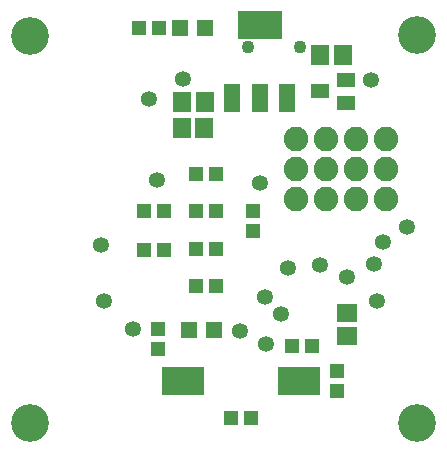
<source format=gbs>
G75*
%MOIN*%
%OFA0B0*%
%FSLAX25Y25*%
%IPPOS*%
%LPD*%
%AMOC8*
5,1,8,0,0,1.08239X$1,22.5*
%
%ADD10R,0.05600X0.09600*%
%ADD11R,0.14973X0.09461*%
%ADD12R,0.04737X0.05131*%
%ADD13R,0.05131X0.04737*%
%ADD14R,0.07099X0.05918*%
%ADD15R,0.06312X0.04737*%
%ADD16R,0.13989X0.09304*%
%ADD17C,0.04343*%
%ADD18R,0.05918X0.06706*%
%ADD19R,0.05524X0.05524*%
%ADD20C,0.08200*%
%ADD21C,0.12611*%
%ADD22C,0.05328*%
D10*
X0136400Y0178625D03*
X0145500Y0178625D03*
X0154600Y0178625D03*
D11*
X0145500Y0203026D03*
D12*
X0111796Y0201825D03*
X0105104Y0201825D03*
X0106904Y0140825D03*
X0113596Y0140825D03*
X0113596Y0128075D03*
X0106904Y0128075D03*
X0143250Y0134229D03*
X0143250Y0140921D03*
X0156404Y0095825D03*
X0163096Y0095825D03*
X0171250Y0087671D03*
X0171250Y0080979D03*
X0142596Y0071825D03*
X0135904Y0071825D03*
D13*
X0111750Y0094979D03*
X0111750Y0101671D03*
X0124404Y0115825D03*
X0131096Y0115825D03*
X0131096Y0128325D03*
X0124404Y0128325D03*
X0124404Y0140825D03*
X0131096Y0140825D03*
X0131096Y0153325D03*
X0124404Y0153325D03*
D14*
X0174500Y0107012D03*
X0174500Y0099138D03*
D15*
X0174331Y0177085D03*
X0174331Y0184565D03*
X0165669Y0180825D03*
D16*
X0158640Y0084325D03*
X0119860Y0084325D03*
D17*
X0141589Y0195575D03*
X0158911Y0195575D03*
D18*
X0165760Y0192825D03*
X0173240Y0192825D03*
X0127240Y0177325D03*
X0119760Y0177325D03*
X0119510Y0168575D03*
X0126990Y0168575D03*
D19*
X0127234Y0201875D03*
X0118966Y0201875D03*
X0121866Y0101325D03*
X0130134Y0101325D03*
D20*
X0157750Y0145075D03*
X0157750Y0155075D03*
X0157750Y0165075D03*
X0167750Y0165075D03*
X0177750Y0165075D03*
X0177750Y0155075D03*
X0167750Y0155075D03*
X0167750Y0145075D03*
X0177750Y0145075D03*
X0187750Y0145075D03*
X0187750Y0155075D03*
X0187750Y0165075D03*
D21*
X0068825Y0070165D03*
X0198000Y0070180D03*
X0198065Y0199480D03*
X0068785Y0199410D03*
D22*
X0108700Y0178325D03*
X0119800Y0184975D03*
X0111250Y0151325D03*
X0092617Y0129537D03*
X0093500Y0111075D03*
X0103250Y0101575D03*
X0139000Y0100825D03*
X0147750Y0096575D03*
X0152500Y0106575D03*
X0147250Y0112325D03*
X0155000Y0122075D03*
X0165500Y0122825D03*
X0174500Y0118825D03*
X0183500Y0123325D03*
X0186500Y0130575D03*
X0194750Y0135575D03*
X0184500Y0110825D03*
X0145750Y0150325D03*
X0182750Y0184575D03*
M02*

</source>
